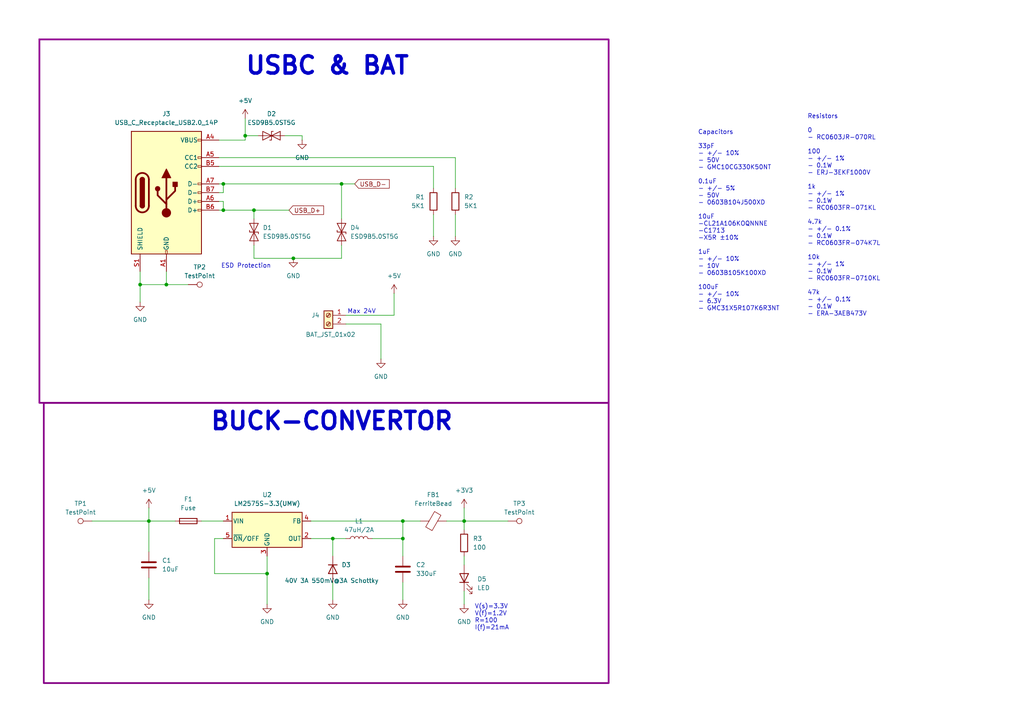
<source format=kicad_sch>
(kicad_sch (version 20231120) (generator "eeschema") (generator_version "8.0")
  (paper "A4")
  (lib_symbols
    (symbol "Connector:Screw_Terminal_01x02" (pin_names (offset 1.016) hide)
      (property "Reference" "J" (at 0 2.54 0))
      (property "Value" "Screw_Terminal_01x02" (at 0 -5.08 0))
      (symbol "Screw_Terminal_01x02_1_1"
        (rectangle (start -1.27 1.27) (end 1.27 -3.81) (stroke (width 0.254)) (fill (type background)))
        (circle (center 0 -2.54) (radius 0.635) (stroke (width 0.1524)))
        (polyline (pts (xy -0.5334 -2.2098) (xy 0.3302 -3.048)) (stroke (width 0.1524)))
        (polyline (pts (xy -0.5334 0.3302) (xy 0.3302 -0.508)) (stroke (width 0.1524)))
        (polyline (pts (xy -0.3556 -2.032) (xy 0.508 -2.8702)) (stroke (width 0.1524)))
        (polyline (pts (xy -0.3556 0.508) (xy 0.508 -0.3302)) (stroke (width 0.1524)))
        (circle (center 0 0) (radius 0.635) (stroke (width 0.1524)))
        (pin passive line (at -5.08 0 0) (length 3.81) (name "Pin_1") (number "1"))
        (pin passive line (at -5.08 -2.54 0) (length 3.81) (name "Pin_2") (number "2"))
      )
    )
    (symbol "Connector:TestPoint" (pin_numbers hide) (pin_names (offset 0.762) hide)
      (property "Reference" "TP" (at 0 6.858 0))
      (property "Value" "TestPoint" (at 0 5.08 0))
      (symbol "TestPoint_0_1"
        (circle (center 0 3.302) (radius 0.762))
      )
      (symbol "TestPoint_1_1"
        (pin passive line (at 0 0 90) (length 2.54) (name "1") (number "1"))
      )
    )
    (symbol "Connector:USB_C_Receptacle_USB2.0_14P" (pin_names (offset 1.016))
      (property "Reference" "J" (at 0 22.225 0))
      (property "Value" "USB_C_Receptacle_USB2.0_14P" (at 0 19.685 0))
      (symbol "USB_C_Receptacle_USB2.0_14P_0_0"
        (rectangle (start -0.254 -17.78) (end 0.254 -16.764))
        (rectangle (start 10.16 -4.826) (end 9.144 -5.334))
        (rectangle (start 10.16 -2.286) (end 9.144 -2.794))
        (rectangle (start 10.16 0.254) (end 9.144 -0.254))
        (rectangle (start 10.16 2.794) (end 9.144 2.286))
        (rectangle (start 10.16 7.874) (end 9.144 7.366))
        (rectangle (start 10.16 10.414) (end 9.144 9.906))
        (rectangle (start 10.16 15.494) (end 9.144 14.986))
      )
      (symbol "USB_C_Receptacle_USB2.0_14P_0_1"
        (rectangle (start -10.16 17.78) (end 10.16 -17.78) (stroke (width 0.254)) (fill (type background)))
        (arc (start -8.89 -3.81) (mid -6.985 -5.7067) (end -5.08 -3.81) (stroke (width 0.508)))
        (arc (start -7.62 -3.81) (mid -6.985 -4.4423) (end -6.35 -3.81) (stroke (width 0.254)))
        (arc (start -7.62 -3.81) (mid -6.985 -4.4423) (end -6.35 -3.81) (stroke (width 0.254)) (fill (type outline)))
        (rectangle (start -7.62 -3.81) (end -6.35 3.81) (stroke (width 0.254)) (fill (type outline)))
        (arc (start -6.35 3.81) (mid -6.985 4.4423) (end -7.62 3.81) (stroke (width 0.254)))
        (arc (start -6.35 3.81) (mid -6.985 4.4423) (end -7.62 3.81) (stroke (width 0.254)) (fill (type outline)))
        (arc (start -5.08 3.81) (mid -6.985 5.7067) (end -8.89 3.81) (stroke (width 0.508)))
        (circle (center -2.54 1.143) (radius 0.635) (stroke (width 0.254)) (fill (type outline)))
        (circle (center 0 -5.842) (radius 1.27) (fill (type outline)))
        (polyline (pts (xy -8.89 -3.81) (xy -8.89 3.81)) (stroke (width 0.508)))
        (polyline (pts (xy -5.08 3.81) (xy -5.08 -3.81)) (stroke (width 0.508)))
        (polyline (pts (xy 0 -5.842) (xy 0 4.318)) (stroke (width 0.508)))
        (polyline (pts (xy 0 -3.302) (xy -2.54 -0.762) (xy -2.54 0.508)) (stroke (width 0.508)))
        (polyline (pts (xy 0 -2.032) (xy 2.54 0.508) (xy 2.54 1.778)) (stroke (width 0.508)))
        (polyline (pts (xy -1.27 4.318) (xy 0 6.858) (xy 1.27 4.318) (xy -1.27 4.318)) (stroke (width 0.254)) (fill (type outline)))
        (rectangle (start 1.905 1.778) (end 3.175 3.048) (stroke (width 0.254)) (fill (type outline)))
      )
      (symbol "USB_C_Receptacle_USB2.0_14P_1_1"
        (pin passive line (at 0 -22.86 90) (length 5.08) (name "GND") (number "A1"))
        (pin passive line (at 0 -22.86 90) (length 5.08) hide (name "GND") (number "A12"))
        (pin passive line (at 15.24 15.24 180) (length 5.08) (name "VBUS") (number "A4"))
        (pin bidirectional line (at 15.24 10.16 180) (length 5.08) (name "CC1") (number "A5"))
        (pin bidirectional line (at 15.24 -2.54 180) (length 5.08) (name "D+") (number "A6"))
        (pin bidirectional line (at 15.24 2.54 180) (length 5.08) (name "D-") (number "A7"))
        (pin passive line (at 15.24 15.24 180) (length 5.08) hide (name "VBUS") (number "A9"))
        (pin passive line (at 0 -22.86 90) (length 5.08) hide (name "GND") (number "B1"))
        (pin passive line (at 0 -22.86 90) (length 5.08) hide (name "GND") (number "B12"))
        (pin passive line (at 15.24 15.24 180) (length 5.08) hide (name "VBUS") (number "B4"))
        (pin bidirectional line (at 15.24 7.62 180) (length 5.08) (name "CC2") (number "B5"))
        (pin bidirectional line (at 15.24 -5.08 180) (length 5.08) (name "D+") (number "B6"))
        (pin bidirectional line (at 15.24 0 180) (length 5.08) (name "D-") (number "B7"))
        (pin passive line (at 15.24 15.24 180) (length 5.08) hide (name "VBUS") (number "B9"))
        (pin passive line (at -7.62 -22.86 90) (length 5.08) (name "SHIELD") (number "S1"))
      )
    )
    (symbol "Device:C" (pin_numbers hide) (pin_names (offset 0.254))
      (property "Reference" "C" (at 0.635 2.54 0))
      (property "Value" "C" (at 0.635 -2.54 0))
      (symbol "C_0_1"
        (polyline (pts (xy -2.032 -0.762) (xy 2.032 -0.762)) (stroke (width 0.508)))
        (polyline (pts (xy -2.032 0.762) (xy 2.032 0.762)) (stroke (width 0.508)))
      )
      (symbol "C_1_1"
        (pin passive line (at 0 3.81 270) (length 2.794) (name "~") (number "1"))
        (pin passive line (at 0 -3.81 90) (length 2.794) (name "~") (number "2"))
      )
    )
    (symbol "Device:D" (pin_numbers hide) (pin_names (offset 1.016) hide)
      (property "Reference" "D" (at 0 2.54 0))
      (property "Value" "D" (at 0 -2.54 0))
      (symbol "D_0_1"
        (polyline (pts (xy -1.27 1.27) (xy -1.27 -1.27)) (stroke (width 0.254)))
        (polyline (pts (xy 1.27 0) (xy -1.27 0)))
        (polyline (pts (xy 1.27 1.27) (xy 1.27 -1.27) (xy -1.27 0) (xy 1.27 1.27)) (stroke (width 0.254)))
      )
      (symbol "D_1_1"
        (pin passive line (at -3.81 0 0) (length 2.54) (name "K") (number "1"))
        (pin passive line (at 3.81 0 180) (length 2.54) (name "A") (number "2"))
      )
    )
    (symbol "Device:FerriteBead" (pin_numbers hide) (pin_names (offset 0))
      (property "Reference" "FB" (at -3.81 0.635 90))
      (property "Value" "FerriteBead" (at 3.81 0 90))
      (symbol "FerriteBead_0_1"
        (polyline (pts (xy 0 -1.27) (xy 0 -1.2192)))
        (polyline (pts (xy 0 1.27) (xy 0 1.2954)))
        (polyline (pts (xy -2.7686 0.4064) (xy -1.7018 2.2606) (xy 2.7686 -0.3048) (xy 1.6764 -2.159) (xy -2.7686 0.4064)))
      )
      (symbol "FerriteBead_1_1"
        (pin passive line (at 0 3.81 270) (length 2.54) (name "~") (number "1"))
        (pin passive line (at 0 -3.81 90) (length 2.54) (name "~") (number "2"))
      )
    )
    (symbol "Device:Fuse" (pin_numbers hide) (pin_names (offset 0))
      (property "Reference" "F" (at 2.032 0 90))
      (property "Value" "Fuse" (at -1.905 0 90))
      (symbol "Fuse_0_1"
        (rectangle (start -0.762 -2.54) (end 0.762 2.54) (stroke (width 0.254)))
        (polyline (pts (xy 0 2.54) (xy 0 -2.54)))
      )
      (symbol "Fuse_1_1"
        (pin passive line (at 0 3.81 270) (length 1.27) (name "~") (number "1"))
        (pin passive line (at 0 -3.81 90) (length 1.27) (name "~") (number "2"))
      )
    )
    (symbol "Device:L" (pin_numbers hide) (pin_names (offset 1.016) hide)
      (property "Reference" "L" (at -1.27 0 90))
      (property "Value" "L" (at 1.905 0 90))
      (symbol "L_0_1"
        (arc (start 0 -2.54) (mid 0.6323 -1.905) (end 0 -1.27))
        (arc (start 0 -1.27) (mid 0.6323 -0.635) (end 0 0))
        (arc (start 0 0) (mid 0.6323 0.635) (end 0 1.27))
        (arc (start 0 1.27) (mid 0.6323 1.905) (end 0 2.54))
      )
      (symbol "L_1_1"
        (pin passive line (at 0 3.81 270) (length 1.27) (name "1") (number "1"))
        (pin passive line (at 0 -3.81 90) (length 1.27) (name "2") (number "2"))
      )
    )
    (symbol "Device:LED" (pin_numbers hide) (pin_names (offset 1.016) hide)
      (property "Reference" "D" (at 0 2.54 0))
      (property "Value" "LED" (at 0 -2.54 0))
      (symbol "LED_0_1"
        (polyline (pts (xy -1.27 -1.27) (xy -1.27 1.27)) (stroke (width 0.254)))
        (polyline (pts (xy -1.27 0) (xy 1.27 0)))
        (polyline (pts (xy 1.27 -1.27) (xy 1.27 1.27) (xy -1.27 0) (xy 1.27 -1.27)) (stroke (width 0.254)))
        (polyline (pts (xy -3.048 -0.762) (xy -4.572 -2.286) (xy -3.81 -2.286) (xy -4.572 -2.286) (xy -4.572 -1.524)))
        (polyline (pts (xy -1.778 -0.762) (xy -3.302 -2.286) (xy -2.54 -2.286) (xy -3.302 -2.286) (xy -3.302 -1.524)))
      )
      (symbol "LED_1_1"
        (pin passive line (at -3.81 0 0) (length 2.54) (name "K") (number "1"))
        (pin passive line (at 3.81 0 180) (length 2.54) (name "A") (number "2"))
      )
    )
    (symbol "Device:R" (pin_numbers hide) (pin_names (offset 0))
      (property "Reference" "R" (at 2.032 0 90))
      (property "Value" "R" (at 0 0 90))
      (symbol "R_0_1"
        (rectangle (start -1.016 -2.54) (end 1.016 2.54) (stroke (width 0.254)))
      )
      (symbol "R_1_1"
        (pin passive line (at 0 3.81 270) (length 1.27) (name "~") (number "1"))
        (pin passive line (at 0 -3.81 90) (length 1.27) (name "~") (number "2"))
      )
    )
    (symbol "Diode:ESD9B5.0ST5G" (pin_numbers hide) (pin_names (offset 1.016) hide)
      (property "Reference" "D" (at 0 2.54 0))
      (property "Value" "ESD9B5.0ST5G" (at 0 -2.54 0))
      (symbol "ESD9B5.0ST5G_0_1"
        (polyline (pts (xy 1.27 0) (xy -1.27 0)))
        (polyline (pts (xy -2.54 -1.27) (xy 0 0) (xy -2.54 1.27) (xy -2.54 -1.27)) (stroke (width 0.2032)))
        (polyline (pts (xy 0.508 1.27) (xy 0 1.27) (xy 0 -1.27) (xy -0.508 -1.27)) (stroke (width 0.2032)))
        (polyline (pts (xy 2.54 1.27) (xy 2.54 -1.27) (xy 0 0) (xy 2.54 1.27)) (stroke (width 0.2032)))
      )
      (symbol "ESD9B5.0ST5G_1_1"
        (pin passive line (at -3.81 0 0) (length 2.54) (name "A1") (number "1"))
        (pin passive line (at 3.81 0 180) (length 2.54) (name "A2") (number "2"))
      )
    )
    (symbol "Regulator_Switching:LM2575-3.3BU" (pin_names (offset 0.254))
      (property "Reference" "U" (at -10.16 6.35 0))
      (property "Value" "LM2575-3.3BU" (at 0 6.35 0))
      (symbol "LM2575-3.3BU_0_1"
        (rectangle (start -10.16 5.08) (end 10.16 -5.08) (stroke (width 0.254)) (fill (type background)))
      )
      (symbol "LM2575-3.3BU_1_1"
        (pin power_in line (at -12.7 2.54 0) (length 2.54) (name "VIN") (number "1"))
        (pin output line (at 12.7 -2.54 180) (length 2.54) (name "OUT") (number "2"))
        (pin power_in line (at 0 -7.62 90) (length 2.54) (name "GND") (number "3"))
        (pin input line (at 12.7 2.54 180) (length 2.54) (name "FB") (number "4"))
        (pin input line (at -12.7 -2.54 0) (length 2.54) (name "~{ON}/OFF") (number "5"))
      )
    )
    (symbol "power:+3V3" (power) (pin_numbers hide) (pin_names (offset 0) hide)
      (property "Value" "+3V3" (at 0 3.556 0))
      (symbol "+3V3_0_1"
        (polyline (pts (xy -0.762 1.27) (xy 0 2.54)))
        (polyline (pts (xy 0 0) (xy 0 2.54)))
        (polyline (pts (xy 0 2.54) (xy 0.762 1.27)))
      )
      (symbol "+3V3_1_1"
        (pin power_in line (at 0 0 90) (length 0) (name "~") (number "1"))
      )
    )
    (symbol "power:+5V" (power) (pin_numbers hide) (pin_names (offset 0) hide)
      (property "Value" "+5V" (at 0 3.556 0))
      (symbol "+5V_0_1"
        (polyline (pts (xy -0.762 1.27) (xy 0 2.54)))
        (polyline (pts (xy 0 0) (xy 0 2.54)))
        (polyline (pts (xy 0 2.54) (xy 0.762 1.27)))
      )
      (symbol "+5V_1_1"
        (pin power_in line (at 0 0 90) (length 0) (name "~") (number "1"))
      )
    )
    (symbol "power:GND" (power) (pin_numbers hide) (pin_names (offset 0) hide)
      (property "Value" "GND" (at 0 -3.81 0))
      (symbol "GND_0_1"
        (polyline (pts (xy 0 0) (xy 0 -1.27) (xy 1.27 -1.27) (xy 0 -2.54) (xy -1.27 -1.27) (xy 0 -1.27)))
      )
      (symbol "GND_1_1"
        (pin power_in line (at 0 0 270) (length 0) (name "~") (number "1"))
      )
    )
  )
  (junction (at 96.52 156.21))
  (junction (at 64.77 53.34))
  (junction (at 43.18 151.13))
  (junction (at 71.12 39.37))
  (junction (at 73.66 60.96))
  (junction (at 77.47 166.37))
  (junction (at 134.62 151.13))
  (junction (at 85.09 74.93))
  (junction (at 116.84 156.21))
  (junction (at 99.06 53.34))
  (junction (at 40.64 82.55))
  (junction (at 116.84 151.13))
  (junction (at 48.26 82.55))
  (junction (at 64.77 60.96))
  (wire (pts (xy 71.12 34.29) (xy 71.12 39.37)))
  (wire (pts (xy 107.95 156.21) (xy 116.84 156.21)))
  (wire (pts (xy 63.5 45.72) (xy 132.08 45.72)))
  (wire (pts (xy 90.17 156.21) (xy 96.52 156.21)))
  (wire (pts (xy 43.18 147.32) (xy 43.18 151.13)))
  (wire (pts (xy 99.06 53.34) (xy 99.06 63.5)))
  (wire (pts (xy 73.66 71.12) (xy 73.66 74.93)))
  (wire (pts (xy 147.32 151.13) (xy 134.62 151.13)))
  (wire (pts (xy 129.54 151.13) (xy 134.62 151.13)))
  (wire (pts (xy 73.66 74.93) (xy 85.09 74.93)))
  (wire (pts (xy 40.64 82.55) (xy 40.64 87.63)))
  (wire (pts (xy 43.18 167.64) (xy 43.18 173.99)))
  (wire (pts (xy 73.66 60.96) (xy 64.77 60.96)))
  (wire (pts (xy 62.23 156.21) (xy 62.23 166.37)))
  (wire (pts (xy 54.61 82.55) (xy 48.26 82.55)))
  (wire (pts (xy 100.33 93.98) (xy 110.49 93.98)))
  (wire (pts (xy 132.08 45.72) (xy 132.08 54.61)))
  (wire (pts (xy 58.42 151.13) (xy 64.77 151.13)))
  (wire (pts (xy 90.17 151.13) (xy 116.84 151.13)))
  (wire (pts (xy 100.33 91.44) (xy 114.3 91.44)))
  (wire (pts (xy 134.62 171.45) (xy 134.62 175.26)))
  (wire (pts (xy 63.5 40.64) (xy 71.12 40.64)))
  (wire (pts (xy 64.77 156.21) (xy 62.23 156.21)))
  (wire (pts (xy 99.06 53.34) (xy 64.77 53.34)))
  (wire (pts (xy 96.52 156.21) (xy 96.52 161.29)))
  (wire (pts (xy 64.77 55.88) (xy 64.77 53.34)))
  (wire (pts (xy 77.47 166.37) (xy 77.47 161.29)))
  (wire (pts (xy 134.62 153.67) (xy 134.62 151.13)))
  (wire (pts (xy 99.06 71.12) (xy 99.06 74.93)))
  (wire (pts (xy 110.49 93.98) (xy 110.49 104.14)))
  (wire (pts (xy 125.73 48.26) (xy 63.5 48.26)))
  (wire (pts (xy 77.47 166.37) (xy 77.47 175.26)))
  (wire (pts (xy 114.3 91.44) (xy 114.3 85.09)))
  (wire (pts (xy 64.77 58.42) (xy 64.77 60.96)))
  (wire (pts (xy 40.64 78.74) (xy 40.64 82.55)))
  (wire (pts (xy 125.73 62.23) (xy 125.73 68.58)))
  (wire (pts (xy 96.52 168.91) (xy 96.52 173.99)))
  (wire (pts (xy 116.84 168.91) (xy 116.84 173.99)))
  (wire (pts (xy 50.8 151.13) (xy 43.18 151.13)))
  (wire (pts (xy 71.12 39.37) (xy 71.12 40.64)))
  (wire (pts (xy 102.87 53.34) (xy 99.06 53.34)))
  (wire (pts (xy 64.77 60.96) (xy 63.5 60.96)))
  (wire (pts (xy 87.63 39.37) (xy 87.63 40.64)))
  (wire (pts (xy 26.67 151.13) (xy 43.18 151.13)))
  (wire (pts (xy 125.73 54.61) (xy 125.73 48.26)))
  (wire (pts (xy 132.08 62.23) (xy 132.08 68.58)))
  (wire (pts (xy 64.77 53.34) (xy 63.5 53.34)))
  (wire (pts (xy 74.93 39.37) (xy 71.12 39.37)))
  (wire (pts (xy 83.82 60.96) (xy 73.66 60.96)))
  (wire (pts (xy 73.66 60.96) (xy 73.66 63.5)))
  (wire (pts (xy 63.5 55.88) (xy 64.77 55.88)))
  (wire (pts (xy 134.62 161.29) (xy 134.62 163.83)))
  (wire (pts (xy 116.84 156.21) (xy 116.84 161.29)))
  (wire (pts (xy 134.62 147.32) (xy 134.62 151.13)))
  (wire (pts (xy 116.84 151.13) (xy 116.84 156.21)))
  (wire (pts (xy 48.26 78.74) (xy 48.26 82.55)))
  (wire (pts (xy 96.52 156.21) (xy 100.33 156.21)))
  (wire (pts (xy 48.26 82.55) (xy 40.64 82.55)))
  (wire (pts (xy 43.18 160.02) (xy 43.18 151.13)))
  (wire (pts (xy 82.55 39.37) (xy 87.63 39.37)))
  (wire (pts (xy 62.23 166.37) (xy 77.47 166.37)))
  (wire (pts (xy 63.5 58.42) (xy 64.77 58.42)))
  (wire (pts (xy 85.09 74.93) (xy 99.06 74.93)))
  (wire (pts (xy 116.84 151.13) (xy 121.92 151.13)))
  (rectangle (start 12.7 116.84) (end 176.53 198.12) (stroke (width 0.5) (color 132 0 132 1)))
  (rectangle (start 11.43 11.43) (end 176.53 116.84) (stroke (width 0.5) (color 132 0 132 1)))
  (text "ESD Protection" (at 71.374 77.216 0) (effects (font (size 1.27 1.27))))
  (text "BUCK-CONVERTOR" (at 60.706 125.222 0) (effects (font (size 5 5) (thickness 1) (bold yes)) (justify left bottom)))
  (text "USBC & BAT" (at 70.866 22.098 0) (effects (font (size 5 5) (thickness 1) (bold yes)) (justify left bottom)))
  (text "Capacitors\n\n33pF\n- +/- 10%\n- 50V\n- GMC10CG330K50NT\n\n0.1uF\n- +/- 5%\n- 50V\n- 0603B104J500XD\n\n10uF\n-CL21A106KOQNNNE\n-C1713\n-X5R ±10%\n\n1uF\n- +/- 10%\n- 10V\n- 0603B105K100XD\n\n100uF\n- +/- 10%\n- 6.3V\n- GMC31X5R107K6R3NT" (at 202.438 64.008 0) (effects (font (size 1.27 1.27)) (justify left)))
  (text "Max 24V\n" (at 104.902 90.424 0) (effects (font (size 1.27 1.27))))
  (text "V(s)=3.3V\nV(f)=1.2V\nR=100\nI(f)=21mA" (at 137.668 179.07 0) (effects (font (size 1.27 1.27)) (justify left)))
  (text "Resistors\n\n0\n- RC0603JR-070RL\n\n100\n- +/- 1%\n- 0.1W\n- ERJ-3EKF1000V\n\n1k\n- +/- 1%\n- 0.1W\n- RC0603FR-071KL\n\n4.7k\n- +/- 0.1%\n- 0.1W\n- RC0603FR-074K7L\n\n10k\n- +/- 1%\n- 0.1W\n- RC0603FR-0710KL\n\n47k\n- +/- 0.1%\n- 0.1W\n- ERA-3AEB473V\n" (at 234.188 62.484 0) (effects (font (size 1.27 1.27)) (justify left)))
  (global_label "USB_D+" (shape input) (at 83.82 60.96 0) (property "Intersheetrefs" "${INTERSHEET_REFS}" (effects (hide yes))))
  (global_label "USB_D-" (shape input) (at 102.87 53.34 0) (property "Intersheetrefs" "${INTERSHEET_REFS}" (effects (hide yes))))
  (symbol (lib_id "power:GND") (at 110.49 104.14 0) (unit 1)
    (property "Reference" "#PWR016" (effects (hide yes)))
    (property "Value" "GND" (at 110.49 109.22 0))
    (property "Description" "Power symbol creates a global label with name \"GND\" , ground" (effects (hide yes)))
  )
  (symbol (lib_id "power:GND") (at 77.47 175.26 0) (unit 1)
    (property "Reference" "#PWR012" (effects (hide yes)))
    (property "Value" "GND" (at 77.47 180.34 0))
    (property "Description" "Power symbol creates a global label with name \"GND\" , ground" (effects (hide yes)))
  )
  (symbol (lib_id "Device:R") (at 125.73 58.42 0) (mirror x) (unit 1)
    (property "Reference" "R1" (at 123.19 57.1499 0) (effects (justify right)))
    (property "Value" "5K1" (at 123.19 59.6899 0) (effects (justify right)))
    (property "Footprint" "Resistor_SMD:R_0603_1608Metric" (effects (hide yes)))
    (property "Description" "Resistor" (effects (hide yes)))
    (property "JLCPCB" "C23186" (effects (hide yes)))
  )
  (symbol (lib_id "Connector:TestPoint") (at 54.61 82.55 270) (mirror x) (unit 1)
    (property "Reference" "TP2" (at 57.912 77.47 90))
    (property "Value" "TestPoint" (at 57.912 80.01 90))
    (property "Footprint" "TestPoint:TestPoint_Pad_D1.0mm" (effects (hide yes)))
    (property "Description" "test point" (effects (hide yes)))
  )
  (symbol (lib_id "Diode:ESD9B5.0ST5G") (at 99.06 67.31 90) (unit 1)
    (property "Reference" "D4" (at 101.6 66.0399 90) (effects (justify right)))
    (property "Value" "ESD9B5.0ST5G" (at 101.6 68.5799 90) (effects (justify right)))
    (property "Footprint" "Diode_SMD:D_SOD-923" (effects (hide yes)))
    (property "Datasheet" "https://www.onsemi.com/pub/Collateral/ESD9B-D.PDF" (effects (hide yes)))
    (property "Description" "ESD protection diode, 5.0Vrwm, SOD-923" (effects (hide yes)))
    (property "JLCPCB" " C111566" (effects (hide yes)))
  )
  (symbol (lib_id "Device:R") (at 134.62 157.48 180) (unit 1)
    (property "Reference" "R3" (at 137.16 156.2099 0) (effects (justify right)))
    (property "Value" "100" (at 137.16 158.7499 0) (effects (justify right)))
    (property "Footprint" "Resistor_SMD:R_0402_1005Metric" (effects (hide yes)))
    (property "Description" "Resistor" (effects (hide yes)))
    (property "JLCPCB" "C22775" (effects (hide yes)))
  )
  (symbol (lib_id "power:+3V3") (at 134.62 147.32 0) (unit 1)
    (property "Reference" "#PWR021" (effects (hide yes)))
    (property "Value" "+3V3" (at 134.62 142.24 0))
    (property "Description" "Power symbol creates a global label with name \"+3V3\"" (effects (hide yes)))
  )
  (symbol (lib_id "Device:Fuse") (at 54.61 151.13 90) (unit 1)
    (property "Reference" "F1" (at 54.61 144.78 90))
    (property "Value" "Fuse" (at 54.61 147.32 90))
    (property "Footprint" "Fuse:Fuse_1206_3216Metric_Pad1.42x1.75mm_HandSolder" (effects (hide yes)))
    (property "Description" "Fuse" (effects (hide yes)))
    (property "JLCPCB" "C3105" (effects (hide yes)))
  )
  (symbol (lib_id "Diode:ESD9B5.0ST5G") (at 73.66 67.31 90) (unit 1)
    (property "Reference" "D1" (at 76.2 66.0399 90) (effects (justify right)))
    (property "Value" "ESD9B5.0ST5G" (at 76.2 68.5799 90) (effects (justify right)))
    (property "Footprint" "Diode_SMD:D_SOD-923" (effects (hide yes)))
    (property "Datasheet" "https://www.onsemi.com/pub/Collateral/ESD9B-D.PDF" (effects (hide yes)))
    (property "Description" "ESD protection diode, 5.0Vrwm, SOD-923" (effects (hide yes)))
    (property "JLCPCB" " C111566" (effects (hide yes)))
  )
  (symbol (lib_id "Connector:Screw_Terminal_01x02") (at 95.25 91.44 0) (mirror y) (unit 1)
    (property "Reference" "J4" (at 92.71 91.4399 0) (effects (justify left)))
    (property "Value" "BAT_JST_01x02" (at 103.124 97.028 0) (effects (justify left)))
    (property "Footprint" "Connector_JST:JST_EH_B2B-EH-A_1x02_P2.50mm_Vertical" (effects (hide yes)))
    (property "Description" "Generic screw terminal, single row, 01x02, script generated (kicad-library-utils/schlib/autogen/connector/)" (effects (hide yes)))
    (property "JLCPCB" "C20079" (effects (hide yes)))
  )
  (symbol (lib_id "Connector:TestPoint") (at 26.67 151.13 90) (unit 1)
    (property "Reference" "TP1" (at 23.368 146.05 90))
    (property "Value" "TestPoint" (at 23.368 148.59 90))
    (property "Footprint" "TestPoint:TestPoint_Pad_D1.0mm" (effects (hide yes)))
    (property "Description" "test point" (effects (hide yes)))
  )
  (symbol (lib_id "power:+5V") (at 114.3 85.09 0) (unit 1)
    (property "Reference" "#PWR017" (effects (hide yes)))
    (property "Value" "+5V" (at 114.3 80.01 0))
    (property "Description" "Power symbol creates a global label with name \"+5V\"" (effects (hide yes)))
  )
  (symbol (lib_id "power:GND") (at 132.08 68.58 0) (unit 1)
    (property "Reference" "#PWR020" (effects (hide yes)))
    (property "Value" "GND" (at 132.08 73.66 0))
    (property "Description" "Power symbol creates a global label with name \"GND\" , ground" (effects (hide yes)))
  )
  (symbol (lib_id "Regulator_Switching:LM2575-3.3BU") (at 77.47 153.67 0) (unit 1)
    (property "Reference" "U2" (at 77.47 143.51 0))
    (property "Value" "LM2575S-3.3(UMW)" (at 77.47 146.05 0))
    (property "Footprint" "Package_TO_SOT_SMD:TO-263-5_TabPin3" (effects (hide yes)))
    (property "Datasheet" "http://ww1.microchip.com/downloads/en/DeviceDoc/lm2575.pdf" (effects (hide yes)))
    (property "Description" "Fixed 3.3V 52kHz Simple 1A Buck Regulator, TO-263" (effects (hide yes)))
    (property "JLCPCB" "C347404" (effects (hide yes)))
  )
  (symbol (lib_id "Device:LED") (at 134.62 167.64 90) (unit 1)
    (property "Reference" "D5" (at 138.43 167.9574 90) (effects (justify right)))
    (property "Value" "LED" (at 138.43 170.4974 90) (effects (justify right)))
    (property "Footprint" "LED_SMD:LED_0603_1608Metric" (effects (hide yes)))
    (property "Description" "Light emitting diode" (effects (hide yes)))
    (property "JLCPCB" "C6848499" (effects (hide yes)))
  )
  (symbol (lib_id "power:GND") (at 40.64 87.63 0) (unit 1)
    (property "Reference" "#PWR08" (effects (hide yes)))
    (property "Value" "GND" (at 40.64 92.71 0))
    (property "Description" "Power symbol creates a global label with name \"GND\" , ground" (effects (hide yes)))
  )
  (symbol (lib_id "power:GND") (at 43.18 173.99 0) (unit 1)
    (property "Reference" "#PWR010" (effects (hide yes)))
    (property "Value" "GND" (at 43.18 179.07 0))
    (property "Description" "Power symbol creates a global label with name \"GND\" , ground" (effects (hide yes)))
  )
  (symbol (lib_id "power:GND") (at 87.63 40.64 0) (unit 1)
    (property "Reference" "#PWR014" (effects (hide yes)))
    (property "Value" "GND" (at 87.63 45.72 0))
    (property "Description" "Power symbol creates a global label with name \"GND\" , ground" (effects (hide yes)))
  )
  (symbol (lib_id "power:GND") (at 96.52 173.99 0) (unit 1)
    (property "Reference" "#PWR015" (effects (hide yes)))
    (property "Value" "GND" (at 96.52 179.07 0))
    (property "Description" "Power symbol creates a global label with name \"GND\" , ground" (effects (hide yes)))
  )
  (symbol (lib_id "power:GND") (at 116.84 173.99 0) (unit 1)
    (property "Reference" "#PWR018" (effects (hide yes)))
    (property "Value" "GND" (at 116.84 179.07 0))
    (property "Description" "Power symbol creates a global label with name \"GND\" , ground" (effects (hide yes)))
  )
  (symbol (lib_id "Device:D") (at 96.52 165.1 270) (unit 1)
    (property "Reference" "D3" (at 99.06 163.8299 90) (effects (justify left)))
    (property "Value" "40V 3A 550mV@3A Schottky" (at 82.55 168.402 90) (effects (justify left)))
    (property "Footprint" "Diode_SMD:D_SMA-SMB_Universal_Handsoldering" (effects (hide yes)))
    (property "Description" "Diode" (effects (hide yes)))
    (property "Sim.Device" "D" (effects (hide yes)))
    (property "Sim.Pins" "1=K 2=A" (effects (hide yes)))
    (property "JLCPCB" "C8678" (effects (hide yes)))
  )
  (symbol (lib_id "power:GND") (at 134.62 175.26 0) (unit 1)
    (property "Reference" "#PWR022" (effects (hide yes)))
    (property "Value" "GND" (at 134.62 180.34 0))
    (property "Description" "Power symbol creates a global label with name \"GND\" , ground" (effects (hide yes)))
  )
  (symbol (lib_id "Connector:USB_C_Receptacle_USB2.0_14P") (at 48.26 55.88 0) (unit 1)
    (property "Reference" "J3" (at 48.26 33.02 0))
    (property "Value" "USB_C_Receptacle_USB2.0_14P" (at 48.26 35.56 0))
    (property "Footprint" "Connector_USB:USB_C_Receptacle_G-Switch_GT-USB-7010ASV" (effects (hide yes)))
    (property "Datasheet" "https://www.usb.org/sites/default/files/documents/usb_type-c.zip" (effects (hide yes)))
    (property "Description" "USB 2.0-only 14P Type-C Receptacle connector" (effects (hide yes)))
    (property "JLCPCB" "C2765186" (effects (hide yes)))
  )
  (symbol (lib_id "Device:R") (at 132.08 58.42 180) (unit 1)
    (property "Reference" "R2" (at 134.62 57.1499 0) (effects (justify right)))
    (property "Value" "5K1" (at 134.62 59.6899 0) (effects (justify right)))
    (property "Footprint" "Resistor_SMD:R_0603_1608Metric" (effects (hide yes)))
    (property "Description" "Resistor" (effects (hide yes)))
    (property "JLCPCB" "C23186" (effects (hide yes)))
  )
  (symbol (lib_id "Device:C") (at 116.84 165.1 0) (unit 1)
    (property "Reference" "C2" (at 120.65 163.8299 0) (effects (justify left)))
    (property "Value" "330uF" (at 120.65 166.3699 0) (effects (justify left)))
    (property "Footprint" "Capacitor_SMD:C_0805_2012Metric" (effects (hide yes)))
    (property "Description" "330uF 10V ±20% SMD,D6.3xL7.7mm Aluminum Electrolytic Capacitors - SMD ROHS" (effects (hide yes)))
    (property "JLCPCB" "C58277" (effects (hide yes)))
  )
  (symbol (lib_id "Connector:TestPoint") (at 147.32 151.13 270) (mirror x) (unit 1)
    (property "Reference" "TP3" (at 150.622 146.05 90))
    (property "Value" "TestPoint" (at 150.622 148.59 90))
    (property "Footprint" "TestPoint:TestPoint_Pad_D1.0mm" (effects (hide yes)))
    (property "Description" "test point" (effects (hide yes)))
  )
  (symbol (lib_id "Device:FerriteBead") (at 125.73 151.13 90) (unit 1)
    (property "Reference" "FB1" (at 125.6792 143.51 90))
    (property "Value" "FerriteBead" (at 125.6792 146.05 90))
    (property "Footprint" "Inductor_SMD:L_1206_3216Metric_Pad1.22x1.90mm_HandSolder" (effects (hide yes)))
    (property "Description" "Ferrite bead" (effects (hide yes)))
    (property "JLCPCB" "C668306" (effects (hide yes)))
  )
  (symbol (lib_id "Device:L") (at 104.14 156.21 90) (unit 1)
    (property "Reference" "L1" (at 104.14 151.13 90))
    (property "Value" "47uH/2A" (at 104.14 153.67 90))
    (property "Footprint" "Inductor_SMD:L_Chilisin_BMRB00060624" (effects (hide yes)))
    (property "Description" "Inductor" (effects (hide yes)))
    (property "JLCPCB" "C5189938" (effects (hide yes)))
  )
  (symbol (lib_id "power:+5V") (at 71.12 34.29 0) (unit 1)
    (property "Reference" "#PWR011" (effects (hide yes)))
    (property "Value" "+5V" (at 71.12 29.21 0))
    (property "Description" "Power symbol creates a global label with name \"+5V\"" (effects (hide yes)))
  )
  (symbol (lib_id "Device:C") (at 43.18 163.83 0) (unit 1)
    (property "Reference" "C1" (at 46.99 162.5599 0) (effects (justify left)))
    (property "Value" "10uF" (at 46.99 165.0999 0) (effects (justify left)))
    (property "Footprint" "Capacitor_SMD:C_0805_2012Metric" (effects (hide yes)))
    (property "Description" "25V 10uF X5R ±10% 0805 Multilayer Ceramic Capacitors MLCC - SMD/SMT ROHS" (effects (hide yes)))
    (property "JLCPCB" "C15850" (effects (hide yes)))
  )
  (symbol (lib_id "power:+5V") (at 43.18 147.32 0) (unit 1)
    (property "Reference" "#PWR09" (effects (hide yes)))
    (property "Value" "+5V" (at 43.18 142.24 0))
    (property "Description" "Power symbol creates a global label with name \"+5V\"" (effects (hide yes)))
  )
  (symbol (lib_id "power:GND") (at 85.09 74.93 0) (unit 1)
    (property "Reference" "#PWR013" (effects (hide yes)))
    (property "Value" "GND" (at 85.09 80.01 0))
    (property "Description" "Power symbol creates a global label with name \"GND\" , ground" (effects (hide yes)))
  )
  (symbol (lib_id "power:GND") (at 125.73 68.58 0) (unit 1)
    (property "Reference" "#PWR019" (effects (hide yes)))
    (property "Value" "GND" (at 125.73 73.66 0))
    (property "Description" "Power symbol creates a global label with name \"GND\" , ground" (effects (hide yes)))
  )
  (symbol (lib_id "Diode:ESD9B5.0ST5G") (at 78.74 39.37 180) (unit 1)
    (property "Reference" "D2" (at 78.74 33.02 0))
    (property "Value" "ESD9B5.0ST5G" (at 78.74 35.56 0))
    (property "Footprint" "Diode_SMD:D_SOD-923" (effects (hide yes)))
    (property "Datasheet" "https://www.onsemi.com/pub/Collateral/ESD9B-D.PDF" (effects (hide yes)))
    (property "Description" "ESD protection diode, 5.0Vrwm, SOD-923" (effects (hide yes)))
    (property "JLCPCB" " C111566" (effects (hide yes)))
  )
)
</source>
